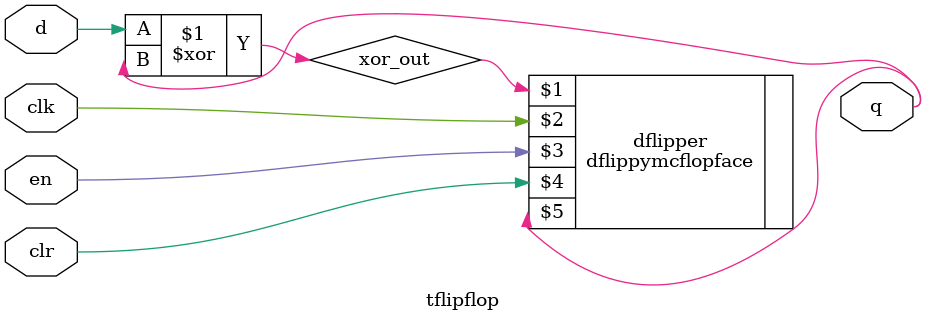
<source format=v>
module tflipflop(d, clk, en, clr, q);

input d, clk, en, clr;
output q;

wire xor_out;

dflippymcflopface dflipper(xor_out, clk, en, clr, q);

xor xor0(xor_out, d, q);

endmodule

</source>
